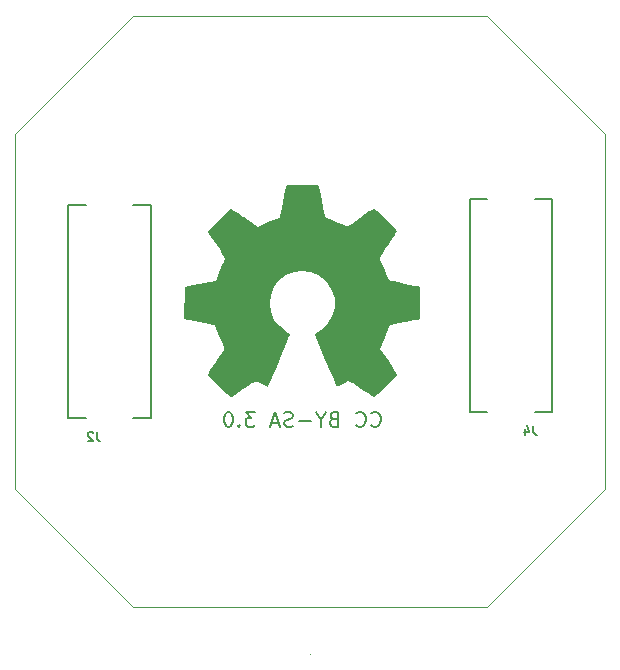
<source format=gbo>
G04 (created by PCBNEW (2013-09-06 BZR 4312)-stable) date K 20 nov   2013 22:23:56 EET*
%MOIN*%
G04 Gerber Fmt 3.4, Leading zero omitted, Abs format*
%FSLAX34Y34*%
G01*
G70*
G90*
G04 APERTURE LIST*
%ADD10C,0.000787*%
%ADD11C,0.001000*%
%ADD12C,0.005000*%
%ADD13C,0.005906*%
%ADD14C,0.000100*%
G04 APERTURE END LIST*
G54D10*
G54D11*
X49213Y-56692D02*
G75*
G03X49213Y-56692I0J0D01*
G74*
G01*
X49211Y-56692D02*
X49213Y-56692D01*
X49212Y-56691D02*
X49212Y-56693D01*
X43307Y-55118D02*
X39370Y-51181D01*
X55118Y-55118D02*
X43307Y-55118D01*
G54D12*
X51247Y-49078D02*
X51271Y-49102D01*
X51342Y-49126D01*
X51390Y-49126D01*
X51461Y-49102D01*
X51509Y-49054D01*
X51533Y-49007D01*
X51557Y-48911D01*
X51557Y-48840D01*
X51533Y-48745D01*
X51509Y-48697D01*
X51461Y-48650D01*
X51390Y-48626D01*
X51342Y-48626D01*
X51271Y-48650D01*
X51247Y-48673D01*
X50747Y-49078D02*
X50771Y-49102D01*
X50842Y-49126D01*
X50890Y-49126D01*
X50961Y-49102D01*
X51009Y-49054D01*
X51033Y-49007D01*
X51057Y-48911D01*
X51057Y-48840D01*
X51033Y-48745D01*
X51009Y-48697D01*
X50961Y-48650D01*
X50890Y-48626D01*
X50842Y-48626D01*
X50771Y-48650D01*
X50747Y-48673D01*
X49985Y-48864D02*
X49914Y-48888D01*
X49890Y-48911D01*
X49866Y-48959D01*
X49866Y-49030D01*
X49890Y-49078D01*
X49914Y-49102D01*
X49961Y-49126D01*
X50152Y-49126D01*
X50152Y-48626D01*
X49985Y-48626D01*
X49938Y-48650D01*
X49914Y-48673D01*
X49890Y-48721D01*
X49890Y-48769D01*
X49914Y-48816D01*
X49938Y-48840D01*
X49985Y-48864D01*
X50152Y-48864D01*
X49557Y-48888D02*
X49557Y-49126D01*
X49723Y-48626D02*
X49557Y-48888D01*
X49390Y-48626D01*
X49223Y-48935D02*
X48842Y-48935D01*
X48628Y-49102D02*
X48557Y-49126D01*
X48438Y-49126D01*
X48390Y-49102D01*
X48366Y-49078D01*
X48342Y-49030D01*
X48342Y-48983D01*
X48366Y-48935D01*
X48390Y-48911D01*
X48438Y-48888D01*
X48533Y-48864D01*
X48580Y-48840D01*
X48604Y-48816D01*
X48628Y-48769D01*
X48628Y-48721D01*
X48604Y-48673D01*
X48580Y-48650D01*
X48533Y-48626D01*
X48414Y-48626D01*
X48342Y-48650D01*
X48152Y-48983D02*
X47914Y-48983D01*
X48200Y-49126D02*
X48033Y-48626D01*
X47866Y-49126D01*
X47366Y-48626D02*
X47057Y-48626D01*
X47223Y-48816D01*
X47152Y-48816D01*
X47104Y-48840D01*
X47080Y-48864D01*
X47057Y-48911D01*
X47057Y-49030D01*
X47080Y-49078D01*
X47104Y-49102D01*
X47152Y-49126D01*
X47295Y-49126D01*
X47342Y-49102D01*
X47366Y-49078D01*
X46842Y-49078D02*
X46819Y-49102D01*
X46842Y-49126D01*
X46866Y-49102D01*
X46842Y-49078D01*
X46842Y-49126D01*
X46509Y-48626D02*
X46461Y-48626D01*
X46414Y-48650D01*
X46390Y-48673D01*
X46366Y-48721D01*
X46342Y-48816D01*
X46342Y-48935D01*
X46366Y-49030D01*
X46390Y-49078D01*
X46414Y-49102D01*
X46461Y-49126D01*
X46509Y-49126D01*
X46557Y-49102D01*
X46580Y-49078D01*
X46604Y-49030D01*
X46628Y-48935D01*
X46628Y-48816D01*
X46604Y-48721D01*
X46580Y-48673D01*
X46557Y-48650D01*
X46509Y-48626D01*
G54D11*
X59055Y-51181D02*
X55118Y-55118D01*
X59055Y-39370D02*
X59055Y-51181D01*
X55118Y-35433D02*
X59055Y-39370D01*
X43307Y-35433D02*
X55118Y-35433D01*
X39370Y-39370D02*
X43307Y-35433D01*
X39370Y-51181D02*
X39370Y-39370D01*
G54D13*
X41535Y-48818D02*
X41732Y-48818D01*
X41535Y-48818D02*
X41141Y-48818D01*
X41141Y-48818D02*
X41141Y-41732D01*
X41141Y-41732D02*
X41732Y-41732D01*
X43307Y-48818D02*
X43897Y-48818D01*
X43897Y-48818D02*
X43897Y-41732D01*
X43897Y-41732D02*
X43307Y-41732D01*
X56889Y-41535D02*
X56692Y-41535D01*
X56889Y-41535D02*
X57283Y-41535D01*
X57283Y-41535D02*
X57283Y-48622D01*
X57283Y-48622D02*
X56692Y-48622D01*
X55118Y-41535D02*
X54527Y-41535D01*
X54527Y-41535D02*
X54527Y-48622D01*
X54527Y-48622D02*
X55118Y-48622D01*
G54D14*
G36*
X46563Y-48137D02*
X46604Y-48115D01*
X46697Y-48057D01*
X46828Y-47971D01*
X46983Y-47867D01*
X47139Y-47762D01*
X47268Y-47676D01*
X47357Y-47618D01*
X47395Y-47597D01*
X47415Y-47604D01*
X47489Y-47640D01*
X47597Y-47696D01*
X47659Y-47729D01*
X47758Y-47771D01*
X47807Y-47780D01*
X47815Y-47766D01*
X47851Y-47691D01*
X47908Y-47562D01*
X47982Y-47391D01*
X48067Y-47191D01*
X48158Y-46976D01*
X48250Y-46756D01*
X48337Y-46546D01*
X48414Y-46358D01*
X48476Y-46205D01*
X48516Y-46098D01*
X48531Y-46052D01*
X48527Y-46043D01*
X48477Y-45995D01*
X48391Y-45930D01*
X48205Y-45779D01*
X48021Y-45549D01*
X47909Y-45288D01*
X47872Y-44999D01*
X47904Y-44730D01*
X48009Y-44471D01*
X48189Y-44239D01*
X48407Y-44066D01*
X48663Y-43957D01*
X48949Y-43922D01*
X49225Y-43953D01*
X49489Y-44057D01*
X49721Y-44234D01*
X49818Y-44347D01*
X49954Y-44582D01*
X50031Y-44835D01*
X50039Y-44899D01*
X50028Y-45175D01*
X49946Y-45440D01*
X49800Y-45678D01*
X49597Y-45872D01*
X49572Y-45890D01*
X49478Y-45960D01*
X49415Y-46008D01*
X49366Y-46049D01*
X49718Y-46896D01*
X49774Y-47031D01*
X49870Y-47263D01*
X49956Y-47462D01*
X50023Y-47621D01*
X50070Y-47727D01*
X50091Y-47770D01*
X50093Y-47772D01*
X50124Y-47778D01*
X50189Y-47754D01*
X50307Y-47697D01*
X50385Y-47657D01*
X50475Y-47613D01*
X50516Y-47597D01*
X50550Y-47616D01*
X50637Y-47672D01*
X50763Y-47756D01*
X50914Y-47859D01*
X51058Y-47957D01*
X51191Y-48045D01*
X51288Y-48107D01*
X51335Y-48132D01*
X51342Y-48132D01*
X51384Y-48109D01*
X51460Y-48045D01*
X51576Y-47936D01*
X51739Y-47775D01*
X51764Y-47750D01*
X51898Y-47613D01*
X52007Y-47499D01*
X52080Y-47417D01*
X52107Y-47380D01*
X52107Y-47380D01*
X52083Y-47334D01*
X52022Y-47238D01*
X51934Y-47103D01*
X51826Y-46946D01*
X51546Y-46538D01*
X51700Y-46153D01*
X51747Y-46035D01*
X51807Y-45892D01*
X51852Y-45790D01*
X51875Y-45746D01*
X51917Y-45731D01*
X52022Y-45706D01*
X52175Y-45674D01*
X52357Y-45640D01*
X52530Y-45608D01*
X52687Y-45579D01*
X52800Y-45556D01*
X52851Y-45546D01*
X52863Y-45539D01*
X52874Y-45514D01*
X52880Y-45461D01*
X52884Y-45366D01*
X52886Y-45216D01*
X52886Y-44999D01*
X52886Y-44975D01*
X52884Y-44768D01*
X52881Y-44603D01*
X52875Y-44494D01*
X52868Y-44452D01*
X52867Y-44451D01*
X52818Y-44439D01*
X52708Y-44416D01*
X52551Y-44385D01*
X52364Y-44350D01*
X52353Y-44347D01*
X52166Y-44312D01*
X52010Y-44279D01*
X51901Y-44254D01*
X51855Y-44240D01*
X51845Y-44226D01*
X51808Y-44154D01*
X51754Y-44038D01*
X51692Y-43897D01*
X51632Y-43751D01*
X51579Y-43620D01*
X51544Y-43521D01*
X51533Y-43477D01*
X51534Y-43476D01*
X51562Y-43431D01*
X51626Y-43335D01*
X51716Y-43201D01*
X51825Y-43042D01*
X51833Y-43030D01*
X51940Y-42873D01*
X52027Y-42740D01*
X52085Y-42645D01*
X52107Y-42602D01*
X52106Y-42599D01*
X52071Y-42552D01*
X51990Y-42463D01*
X51876Y-42343D01*
X51738Y-42204D01*
X51694Y-42161D01*
X51541Y-42012D01*
X51435Y-41914D01*
X51369Y-41862D01*
X51337Y-41850D01*
X51336Y-41851D01*
X51288Y-41880D01*
X51189Y-41944D01*
X51054Y-42036D01*
X50894Y-42144D01*
X50883Y-42152D01*
X50726Y-42259D01*
X50595Y-42347D01*
X50502Y-42409D01*
X50461Y-42434D01*
X50454Y-42434D01*
X50390Y-42415D01*
X50278Y-42376D01*
X50140Y-42322D01*
X49995Y-42264D01*
X49863Y-42208D01*
X49763Y-42163D01*
X49716Y-42136D01*
X49715Y-42134D01*
X49698Y-42078D01*
X49671Y-41960D01*
X49638Y-41798D01*
X49601Y-41605D01*
X49595Y-41574D01*
X49560Y-41386D01*
X49530Y-41232D01*
X49508Y-41124D01*
X49497Y-41080D01*
X49471Y-41074D01*
X49378Y-41067D01*
X49238Y-41064D01*
X49069Y-41062D01*
X48890Y-41063D01*
X48716Y-41067D01*
X48567Y-41072D01*
X48461Y-41079D01*
X48417Y-41088D01*
X48415Y-41091D01*
X48399Y-41149D01*
X48373Y-41267D01*
X48340Y-41430D01*
X48303Y-41623D01*
X48296Y-41657D01*
X48261Y-41844D01*
X48230Y-41998D01*
X48207Y-42103D01*
X48195Y-42145D01*
X48178Y-42154D01*
X48101Y-42187D01*
X47976Y-42239D01*
X47820Y-42302D01*
X47459Y-42448D01*
X47018Y-42145D01*
X46977Y-42118D01*
X46818Y-42010D01*
X46688Y-41923D01*
X46597Y-41864D01*
X46559Y-41843D01*
X46556Y-41844D01*
X46512Y-41883D01*
X46425Y-41965D01*
X46305Y-42081D01*
X46166Y-42220D01*
X46063Y-42323D01*
X45941Y-42447D01*
X45864Y-42530D01*
X45822Y-42584D01*
X45807Y-42616D01*
X45811Y-42638D01*
X45839Y-42683D01*
X45904Y-42780D01*
X45995Y-42914D01*
X46103Y-43070D01*
X46191Y-43201D01*
X46287Y-43349D01*
X46350Y-43455D01*
X46371Y-43507D01*
X46366Y-43528D01*
X46335Y-43615D01*
X46282Y-43746D01*
X46216Y-43901D01*
X46062Y-44251D01*
X45833Y-44295D01*
X45694Y-44322D01*
X45500Y-44359D01*
X45314Y-44395D01*
X45023Y-44451D01*
X45013Y-45519D01*
X45058Y-45538D01*
X45101Y-45550D01*
X45209Y-45574D01*
X45362Y-45604D01*
X45543Y-45639D01*
X45698Y-45667D01*
X45853Y-45697D01*
X45965Y-45718D01*
X46014Y-45729D01*
X46027Y-45746D01*
X46066Y-45821D01*
X46121Y-45941D01*
X46183Y-46085D01*
X46245Y-46234D01*
X46300Y-46372D01*
X46338Y-46477D01*
X46353Y-46531D01*
X46331Y-46572D01*
X46273Y-46664D01*
X46187Y-46794D01*
X46081Y-46949D01*
X45975Y-47103D01*
X45886Y-47235D01*
X45824Y-47330D01*
X45798Y-47374D01*
X45811Y-47403D01*
X45873Y-47478D01*
X45989Y-47599D01*
X46163Y-47771D01*
X46191Y-47798D01*
X46329Y-47931D01*
X46446Y-48038D01*
X46527Y-48111D01*
X46563Y-48137D01*
X46563Y-48137D01*
G37*
G54D12*
X42099Y-49285D02*
X42099Y-49500D01*
X42114Y-49542D01*
X42142Y-49571D01*
X42185Y-49585D01*
X42214Y-49585D01*
X41971Y-49314D02*
X41957Y-49300D01*
X41928Y-49285D01*
X41857Y-49285D01*
X41828Y-49300D01*
X41814Y-49314D01*
X41800Y-49342D01*
X41800Y-49371D01*
X41814Y-49414D01*
X41985Y-49585D01*
X41800Y-49585D01*
X56649Y-49085D02*
X56649Y-49300D01*
X56664Y-49342D01*
X56692Y-49371D01*
X56735Y-49385D01*
X56764Y-49385D01*
X56378Y-49185D02*
X56378Y-49385D01*
X56450Y-49071D02*
X56521Y-49285D01*
X56335Y-49285D01*
M02*

</source>
